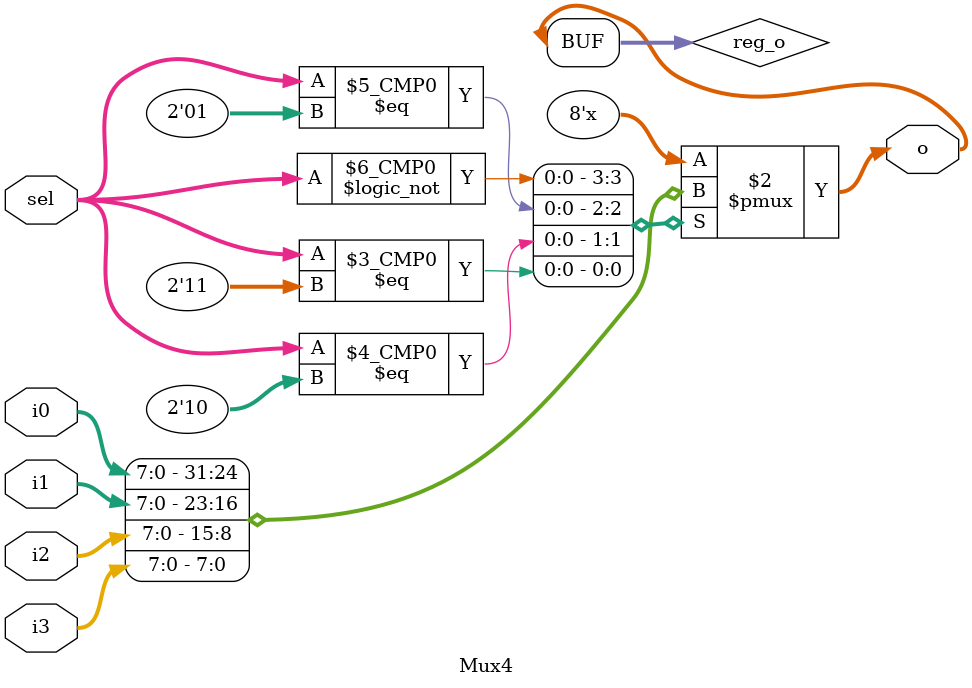
<source format=v>

`timescale 1ns / 1ps


module Mux4(sel, i0, i1, i2, i3, o);

	parameter data_width = 8;

	input[1 : 0] sel;
	input[data_width - 1 : 0] i0;
	input[data_width - 1 : 0] i1;
	input[data_width - 1 : 0] i2;
	input[data_width - 1 : 0] i3;
	output[data_width - 1 : 0] o;
	
	reg[data_width - 1 : 0] reg_o;

	always @(*) begin
		case (sel)
			0 : reg_o <= i0;
			1 : reg_o <= i1;
			2 : reg_o <= i2;
			3 : reg_o <= i3;
			default : /* default */;
		endcase
	end

	assign o = reg_o;

endmodule
</source>
